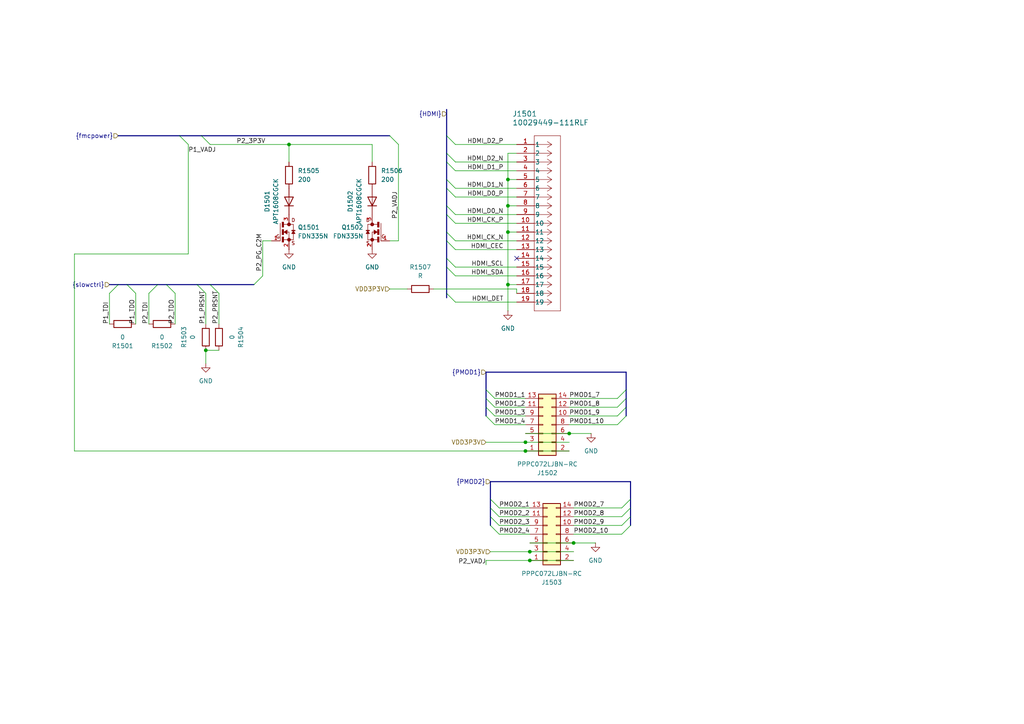
<source format=kicad_sch>
(kicad_sch (version 20231120) (generator "eeschema") (generator_version "8.0")
  (paper "A4")
  (lib_symbols
    (symbol "001_symbol:10029449-111RLF" (pin_names (offset 0.254))
      (property "Reference" "J" (at 8.89 6.35 0))
      (property "Value" "10029449-111RLF" (at 0 0 0))
      (symbol "10029449-111RLF_1_1"
        (polyline (pts (xy 5.08 -48.26) (xy 12.7 -48.26)) (stroke (width 0.127)))
        (polyline (pts (xy 5.08 2.54) (xy 5.08 -48.26)) (stroke (width 0.127)))
        (polyline (pts (xy 10.16 -45.72) (xy 5.08 -45.72)) (stroke (width 0.127)))
        (polyline (pts (xy 10.16 -45.72) (xy 8.89 -46.5667)) (stroke (width 0.127)))
        (polyline (pts (xy 10.16 -45.72) (xy 8.89 -44.8733)) (stroke (width 0.127)))
        (polyline (pts (xy 10.16 -43.18) (xy 5.08 -43.18)) (stroke (width 0.127)))
        (polyline (pts (xy 10.16 -43.18) (xy 8.89 -44.0267)) (stroke (width 0.127)))
        (polyline (pts (xy 10.16 -43.18) (xy 8.89 -42.3333)) (stroke (width 0.127)))
        (polyline (pts (xy 10.16 -40.64) (xy 5.08 -40.64)) (stroke (width 0.127)))
        (polyline (pts (xy 10.16 -40.64) (xy 8.89 -41.4867)) (stroke (width 0.127)))
        (polyline (pts (xy 10.16 -40.64) (xy 8.89 -39.7933)) (stroke (width 0.127)))
        (polyline (pts (xy 10.16 -38.1) (xy 5.08 -38.1)) (stroke (width 0.127)))
        (polyline (pts (xy 10.16 -38.1) (xy 8.89 -38.9467)) (stroke (width 0.127)))
        (polyline (pts (xy 10.16 -38.1) (xy 8.89 -37.2533)) (stroke (width 0.127)))
        (polyline (pts (xy 10.16 -35.56) (xy 5.08 -35.56)) (stroke (width 0.127)))
        (polyline (pts (xy 10.16 -35.56) (xy 8.89 -36.4067)) (stroke (width 0.127)))
        (polyline (pts (xy 10.16 -35.56) (xy 8.89 -34.7133)) (stroke (width 0.127)))
        (polyline (pts (xy 10.16 -33.02) (xy 5.08 -33.02)) (stroke (width 0.127)))
        (polyline (pts (xy 10.16 -33.02) (xy 8.89 -33.8667)) (stroke (width 0.127)))
        (polyline (pts (xy 10.16 -33.02) (xy 8.89 -32.1733)) (stroke (width 0.127)))
        (polyline (pts (xy 10.16 -30.48) (xy 5.08 -30.48)) (stroke (width 0.127)))
        (polyline (pts (xy 10.16 -30.48) (xy 8.89 -31.3267)) (stroke (width 0.127)))
        (polyline (pts (xy 10.16 -30.48) (xy 8.89 -29.6333)) (stroke (width 0.127)))
        (polyline (pts (xy 10.16 -27.94) (xy 5.08 -27.94)) (stroke (width 0.127)))
        (polyline (pts (xy 10.16 -27.94) (xy 8.89 -28.7867)) (stroke (width 0.127)))
        (polyline (pts (xy 10.16 -27.94) (xy 8.89 -27.0933)) (stroke (width 0.127)))
        (polyline (pts (xy 10.16 -25.4) (xy 5.08 -25.4)) (stroke (width 0.127)))
        (polyline (pts (xy 10.16 -25.4) (xy 8.89 -26.2467)) (stroke (width 0.127)))
        (polyline (pts (xy 10.16 -25.4) (xy 8.89 -24.5533)) (stroke (width 0.127)))
        (polyline (pts (xy 10.16 -22.86) (xy 5.08 -22.86)) (stroke (width 0.127)))
        (polyline (pts (xy 10.16 -22.86) (xy 8.89 -23.7067)) (stroke (width 0.127)))
        (polyline (pts (xy 10.16 -22.86) (xy 8.89 -22.0133)) (stroke (width 0.127)))
        (polyline (pts (xy 10.16 -20.32) (xy 5.08 -20.32)) (stroke (width 0.127)))
        (polyline (pts (xy 10.16 -20.32) (xy 8.89 -21.1667)) (stroke (width 0.127)))
        (polyline (pts (xy 10.16 -20.32) (xy 8.89 -19.4733)) (stroke (width 0.127)))
        (polyline (pts (xy 10.16 -17.78) (xy 5.08 -17.78)) (stroke (width 0.127)))
        (polyline (pts (xy 10.16 -17.78) (xy 8.89 -18.6267)) (stroke (width 0.127)))
        (polyline (pts (xy 10.16 -17.78) (xy 8.89 -16.9333)) (stroke (width 0.127)))
        (polyline (pts (xy 10.16 -15.24) (xy 5.08 -15.24)) (stroke (width 0.127)))
        (polyline (pts (xy 10.16 -15.24) (xy 8.89 -16.0867)) (stroke (width 0.127)))
        (polyline (pts (xy 10.16 -15.24) (xy 8.89 -14.3933)) (stroke (width 0.127)))
        (polyline (pts (xy 10.16 -12.7) (xy 5.08 -12.7)) (stroke (width 0.127)))
        (polyline (pts (xy 10.16 -12.7) (xy 8.89 -13.5467)) (stroke (width 0.127)))
        (polyline (pts (xy 10.16 -12.7) (xy 8.89 -11.8533)) (stroke (width 0.127)))
        (polyline (pts (xy 10.16 -10.16) (xy 5.08 -10.16)) (stroke (width 0.127)))
        (polyline (pts (xy 10.16 -10.16) (xy 8.89 -11.0067)) (stroke (width 0.127)))
        (polyline (pts (xy 10.16 -10.16) (xy 8.89 -9.3133)) (stroke (width 0.127)))
        (polyline (pts (xy 10.16 -7.62) (xy 5.08 -7.62)) (stroke (width 0.127)))
        (polyline (pts (xy 10.16 -7.62) (xy 8.89 -8.4667)) (stroke (width 0.127)))
        (polyline (pts (xy 10.16 -7.62) (xy 8.89 -6.7733)) (stroke (width 0.127)))
        (polyline (pts (xy 10.16 -5.08) (xy 5.08 -5.08)) (stroke (width 0.127)))
        (polyline (pts (xy 10.16 -5.08) (xy 8.89 -5.9267)) (stroke (width 0.127)))
        (polyline (pts (xy 10.16 -5.08) (xy 8.89 -4.2333)) (stroke (width 0.127)))
        (polyline (pts (xy 10.16 -2.54) (xy 5.08 -2.54)) (stroke (width 0.127)))
        (polyline (pts (xy 10.16 -2.54) (xy 8.89 -3.3867)) (stroke (width 0.127)))
        (polyline (pts (xy 10.16 -2.54) (xy 8.89 -1.6933)) (stroke (width 0.127)))
        (polyline (pts (xy 10.16 0) (xy 5.08 0)) (stroke (width 0.127)))
        (polyline (pts (xy 10.16 0) (xy 8.89 -0.8467)) (stroke (width 0.127)))
        (polyline (pts (xy 10.16 0) (xy 8.89 0.8467)) (stroke (width 0.127)))
        (polyline (pts (xy 12.7 -48.26) (xy 12.7 2.54)) (stroke (width 0.127)))
        (polyline (pts (xy 12.7 2.54) (xy 5.08 2.54)) (stroke (width 0.127)))
        (pin unspecified line (at 0 0 0) (length 5.08) (name "1") (number "1"))
        (pin unspecified line (at 0 -22.86 0) (length 5.08) (name "10") (number "10"))
        (pin unspecified line (at 0 -25.4 0) (length 5.08) (name "11") (number "11"))
        (pin unspecified line (at 0 -27.94 0) (length 5.08) (name "12") (number "12"))
        (pin unspecified line (at 0 -30.48 0) (length 5.08) (name "13") (number "13"))
        (pin unspecified line (at 0 -33.02 0) (length 5.08) (name "14") (number "14"))
        (pin unspecified line (at 0 -35.56 0) (length 5.08) (name "15") (number "15"))
        (pin unspecified line (at 0 -38.1 0) (length 5.08) (name "16") (number "16"))
        (pin unspecified line (at 0 -40.64 0) (length 5.08) (name "17") (number "17"))
        (pin unspecified line (at 0 -43.18 0) (length 5.08) (name "18") (number "18"))
        (pin unspecified line (at 0 -45.72 0) (length 5.08) (name "19") (number "19"))
        (pin unspecified line (at 0 -2.54 0) (length 5.08) (name "2") (number "2"))
        (pin unspecified line (at 0 -5.08 0) (length 5.08) (name "3") (number "3"))
        (pin unspecified line (at 0 -7.62 0) (length 5.08) (name "4") (number "4"))
        (pin unspecified line (at 0 -10.16 0) (length 5.08) (name "5") (number "5"))
        (pin unspecified line (at 0 -12.7 0) (length 5.08) (name "6") (number "6"))
        (pin unspecified line (at 0 -15.24 0) (length 5.08) (name "7") (number "7"))
        (pin unspecified line (at 0 -17.78 0) (length 5.08) (name "8") (number "8"))
        (pin unspecified line (at 0 -20.32 0) (length 5.08) (name "9") (number "9"))
      )
      (symbol "10029449-111RLF_1_2"
        (polyline (pts (xy 5.08 -48.26) (xy 12.7 -48.26)) (stroke (width 0.127)))
        (polyline (pts (xy 5.08 2.54) (xy 5.08 -48.26)) (stroke (width 0.127)))
        (polyline (pts (xy 7.62 -45.72) (xy 5.08 -45.72)) (stroke (width 0.127)))
        (polyline (pts (xy 7.62 -45.72) (xy 8.89 -46.5667)) (stroke (width 0.127)))
        (polyline (pts (xy 7.62 -45.72) (xy 8.89 -44.8733)) (stroke (width 0.127)))
        (polyline (pts (xy 7.62 -43.18) (xy 5.08 -43.18)) (stroke (width 0.127)))
        (polyline (pts (xy 7.62 -43.18) (xy 8.89 -44.0267)) (stroke (width 0.127)))
        (polyline (pts (xy 7.62 -43.18) (xy 8.89 -42.3333)) (stroke (width 0.127)))
        (polyline (pts (xy 7.62 -40.64) (xy 5.08 -40.64)) (stroke (width 0.127)))
        (polyline (pts (xy 7.62 -40.64) (xy 8.89 -41.4867)) (stroke (width 0.127)))
        (polyline (pts (xy 7.62 -40.64) (xy 8.89 -39.7933)) (stroke (width 0.127)))
        (polyline (pts (xy 7.62 -38.1) (xy 5.08 -38.1)) (stroke (width 0.127)))
        (polyline (pts (xy 7.62 -38.1) (xy 8.89 -38.9467)) (stroke (width 0.127)))
        (polyline (pts (xy 7.62 -38.1) (xy 8.89 -37.2533)) (stroke (width 0.127)))
        (polyline (pts (xy 7.62 -35.56) (xy 5.08 -35.56)) (stroke (width 0.127)))
        (polyline (pts (xy 7.62 -35.56) (xy 8.89 -36.4067)) (stroke (width 0.127)))
        (polyline (pts (xy 7.62 -35.56) (xy 8.89 -34.7133)) (stroke (width 0.127)))
        (polyline (pts (xy 7.62 -33.02) (xy 5.08 -33.02)) (stroke (width 0.127)))
        (polyline (pts (xy 7.62 -33.02) (xy 8.89 -33.8667)) (stroke (width 0.127)))
        (polyline (pts (xy 7.62 -33.02) (xy 8.89 -32.1733)) (stroke (width 0.127)))
        (polyline (pts (xy 7.62 -30.48) (xy 5.08 -30.48)) (stroke (width 0.127)))
        (polyline (pts (xy 7.62 -30.48) (xy 8.89 -31.3267)) (stroke (width 0.127)))
        (polyline (pts (xy 7.62 -30.48) (xy 8.89 -29.6333)) (stroke (width 0.127)))
        (polyline (pts (xy 7.62 -27.94) (xy 5.08 -27.94)) (stroke (width 0.127)))
        (polyline (pts (xy 7.62 -27.94) (xy 8.89 -28.7867)) (stroke (width 0.127)))
        (polyline (pts (xy 7.62 -27.94) (xy 8.89 -27.0933)) (stroke (width 0.127)))
        (polyline (pts (xy 7.62 -25.4) (xy 5.08 -25.4)) (stroke (width 0.127)))
        (polyline (pts (xy 7.62 -25.4) (xy 8.89 -26.2467)) (stroke (width 0.127)))
        (polyline (pts (xy 7.62 -25.4) (xy 8.89 -24.5533)) (stroke (width 0.127)))
        (polyline (pts (xy 7.62 -22.86) (xy 5.08 -22.86)) (stroke (width 0.127)))
        (polyline (pts (xy 7.62 -22.86) (xy 8.89 -23.7067)) (stroke (width 0.127)))
        (polyline (pts (xy 7.62 -22.86) (xy 8.89 -22.0133)) (stroke (width 0.127)))
        (polyline (pts (xy 7.62 -20.32) (xy 5.08 -20.32)) (stroke (width 0.127)))
        (polyline (pts (xy 7.62 -20.32) (xy 8.89 -21.1667)) (stroke (width 0.127)))
        (polyline (pts (xy 7.62 -20.32) (xy 8.89 -19.4733)) (stroke (width 0.127)))
        (polyline (pts (xy 7.62 -17.78) (xy 5.08 -17.78)) (stroke (width 0.127)))
        (polyline (pts (xy 7.62 -17.78) (xy 8.89 -18.6267)) (stroke (width 0.127)))
        (polyline (pts (xy 7.62 -17.78) (xy 8.89 -16.9333)) (stroke (width 0.127)))
        (polyline (pts (xy 7.62 -15.24) (xy 5.08 -15.24)) (stroke (width 0.127)))
        (polyline (pts (xy 7.62 -15.24) (xy 8.89 -16.0867)) (stroke (width 0.127)))
        (polyline (pts (xy 7.62 -15.24) (xy 8.89 -14.3933)) (stroke (width 0.127)))
        (polyline (pts (xy 7.62 -12.7) (xy 5.08 -12.7)) (stroke (width 0.127)))
        (polyline (pts (xy 7.62 -12.7) (xy 8.89 -13.5467)) (stroke (width 0.127)))
        (polyline (pts (xy 7.62 -12.7) (xy 8.89 -11.8533)) (stroke (width 0.127)))
        (polyline (pts (xy 7.62 -10.16) (xy 5.08 -10.16)) (stroke (width 0.127)))
        (polyline (pts (xy 7.62 -10.16) (xy 8.89 -11.0067)) (stroke (width 0.127)))
        (polyline (pts (xy 7.62 -10.16) (xy 8.89 -9.3133)) (stroke (width 0.127)))
        (polyline (pts (xy 7.62 -7.62) (xy 5.08 -7.62)) (stroke (width 0.127)))
        (polyline (pts (xy 7.62 -7.62) (xy 8.89 -8.4667)) (stroke (width 0.127)))
        (polyline (pts (xy 7.62 -7.62) (xy 8.89 -6.7733)) (stroke (width 0.127)))
        (polyline (pts (xy 7.62 -5.08) (xy 5.08 -5.08)) (stroke (width 0.127)))
        (polyline (pts (xy 7.62 -5.08) (xy 8.89 -5.9267)) (stroke (width 0.127)))
        (polyline (pts (xy 7.62 -5.08) (xy 8.89 -4.2333)) (stroke (width 0.127)))
        (polyline (pts (xy 7.62 -2.54) (xy 5.08 -2.54)) (stroke (width 0.127)))
        (polyline (pts (xy 7.62 -2.54) (xy 8.89 -3.3867)) (stroke (width 0.127)))
        (polyline (pts (xy 7.62 -2.54) (xy 8.89 -1.6933)) (stroke (width 0.127)))
        (polyline (pts (xy 7.62 0) (xy 5.08 0)) (stroke (width 0.127)))
        (polyline (pts (xy 7.62 0) (xy 8.89 -0.8467)) (stroke (width 0.127)))
        (polyline (pts (xy 7.62 0) (xy 8.89 0.8467)) (stroke (width 0.127)))
        (polyline (pts (xy 12.7 -48.26) (xy 12.7 2.54)) (stroke (width 0.127)))
        (polyline (pts (xy 12.7 2.54) (xy 5.08 2.54)) (stroke (width 0.127)))
        (pin unspecified line (at 0 0 0) (length 5.08) (name "1") (number "1"))
        (pin unspecified line (at 0 -22.86 0) (length 5.08) (name "10") (number "10"))
        (pin unspecified line (at 0 -25.4 0) (length 5.08) (name "11") (number "11"))
        (pin unspecified line (at 0 -27.94 0) (length 5.08) (name "12") (number "12"))
        (pin unspecified line (at 0 -30.48 0) (length 5.08) (name "13") (number "13"))
        (pin unspecified line (at 0 -33.02 0) (length 5.08) (name "14") (number "14"))
        (pin unspecified line (at 0 -35.56 0) (length 5.08) (name "15") (number "15"))
        (pin unspecified line (at 0 -38.1 0) (length 5.08) (name "16") (number "16"))
        (pin unspecified line (at 0 -40.64 0) (length 5.08) (name "17") (number "17"))
        (pin unspecified line (at 0 -43.18 0) (length 5.08) (name "18") (number "18"))
        (pin unspecified line (at 0 -45.72 0) (length 5.08) (name "19") (number "19"))
        (pin unspecified line (at 0 -2.54 0) (length 5.08) (name "2") (number "2"))
        (pin unspecified line (at 0 -5.08 0) (length 5.08) (name "3") (number "3"))
        (pin unspecified line (at 0 -7.62 0) (length 5.08) (name "4") (number "4"))
        (pin unspecified line (at 0 -10.16 0) (length 5.08) (name "5") (number "5"))
        (pin unspecified line (at 0 -12.7 0) (length 5.08) (name "6") (number "6"))
        (pin unspecified line (at 0 -15.24 0) (length 5.08) (name "7") (number "7"))
        (pin unspecified line (at 0 -17.78 0) (length 5.08) (name "8") (number "8"))
        (pin unspecified line (at 0 -20.32 0) (length 5.08) (name "9") (number "9"))
      )
    )
    (symbol "001_symbol:FDN335N" (pin_names (offset 1.016))
      (property "Reference" "Q" (at 2.5423 0 0))
      (property "Value" "FDN335N" (at 2.5447 -2.5447 0))
      (symbol "FDN335N_0_0"
        (rectangle (start -2.036 -0.7635) (end -1.524 0.762) (stroke (width 0.1)) (fill (type outline)))
        (rectangle (start -2.0349 -2.9252) (end -1.524 -1.397) (stroke (width 0.1)) (fill (type outline)))
        (rectangle (start -2.0321 1.3971) (end -1.524 2.921) (stroke (width 0.1)) (fill (type outline)))
        (circle (center 0 -2.2225) (radius 0.127) (stroke (width 0.4064)))
        (polyline (pts (xy -2.54 -2.54) (xy -2.54 2.54)) (stroke (width 0.1524)))
        (polyline (pts (xy -1.5875 -2.2225) (xy 0 -2.2225)) (stroke (width 0.1524)))
        (polyline (pts (xy -1.5875 2.2225) (xy 0 2.2225)) (stroke (width 0.1524)))
        (polyline (pts (xy -0.508 0) (xy 0 0)) (stroke (width 0.1524)))
        (polyline (pts (xy 0 -2.2225) (xy 0 -2.54)) (stroke (width 0.1524)))
        (polyline (pts (xy 0 0) (xy 0 -2.2225)) (stroke (width 0.1524)))
        (polyline (pts (xy 0 2.2225) (xy 1.27 2.2225)) (stroke (width 0.1524)))
        (polyline (pts (xy 0 2.54) (xy 0 2.2225)) (stroke (width 0.1524)))
        (polyline (pts (xy 1.27 -2.2225) (xy 0 -2.2225)) (stroke (width 0.1524)))
        (polyline (pts (xy 1.27 2.2225) (xy 1.27 -2.2225)) (stroke (width 0.1524)))
        (polyline (pts (xy -1.524 0) (xy -0.508 0.635) (xy -0.508 -0.635) (xy -1.524 0)) (stroke (width 0.1016)) (fill (type outline)))
        (polyline (pts (xy 1.27 0.3175) (xy 0.762 -0.4445) (xy 1.778 -0.4445) (xy 1.27 0.3175)) (stroke (width 0.1524)) (fill (type outline)))
        (circle (center 0 2.2225) (radius 0.127) (stroke (width 0.4064)))
        (rectangle (start 0.7631 0.318) (end 1.778 0.5715) (stroke (width 0.1)) (fill (type outline)))
        (text "D" (at 0.636 2.8619 0) (effects (font (size 1.0176 1.0176)) (justify left bottom)))
        (text "G" (at -3.8168 -1.9084 0) (effects (font (size 1.0178 1.0178)) (justify left bottom)))
        (text "S" (at 0.636 -3.8159 0) (effects (font (size 1.0176 1.0176)) (justify left bottom)))
        (pin passive line (at -5.08 -2.54 0) (length 2.54) (name "~") (number "1"))
        (pin passive line (at 0 -5.08 90) (length 2.54) (name "~") (number "2"))
        (pin passive line (at 0 5.08 270) (length 2.54) (name "~") (number "3"))
      )
    )
    (symbol "Connector_Generic:Conn_02x07_Odd_Even" (pin_names (offset 1.016) hide)
      (property "Reference" "J" (at 1.27 10.16 0))
      (property "Value" "Conn_02x07_Odd_Even" (at 1.27 -10.16 0))
      (symbol "Conn_02x07_Odd_Even_1_1"
        (rectangle (start -1.27 -7.493) (end 0 -7.747) (stroke (width 0.1524)))
        (rectangle (start -1.27 -4.953) (end 0 -5.207) (stroke (width 0.1524)))
        (rectangle (start -1.27 -2.413) (end 0 -2.667) (stroke (width 0.1524)))
        (rectangle (start -1.27 0.127) (end 0 -0.127) (stroke (width 0.1524)))
        (rectangle (start -1.27 2.667) (end 0 2.413) (stroke (width 0.1524)))
        (rectangle (start -1.27 5.207) (end 0 4.953) (stroke (width 0.1524)))
        (rectangle (start -1.27 7.747) (end 0 7.493) (stroke (width 0.1524)))
        (rectangle (start -1.27 8.89) (end 3.81 -8.89) (stroke (width 0.254)) (fill (type background)))
        (rectangle (start 3.81 -7.493) (end 2.54 -7.747) (stroke (width 0.1524)))
        (rectangle (start 3.81 -4.953) (end 2.54 -5.207) (stroke (width 0.1524)))
        (rectangle (start 3.81 -2.413) (end 2.54 -2.667) (stroke (width 0.1524)))
        (rectangle (start 3.81 0.127) (end 2.54 -0.127) (stroke (width 0.1524)))
        (rectangle (start 3.81 2.667) (end 2.54 2.413) (stroke (width 0.1524)))
        (rectangle (start 3.81 5.207) (end 2.54 4.953) (stroke (width 0.1524)))
        (rectangle (start 3.81 7.747) (end 2.54 7.493) (stroke (width 0.1524)))
        (pin passive line (at -5.08 7.62 0) (length 3.81) (name "Pin_1") (number "1"))
        (pin passive line (at 7.62 -2.54 180) (length 3.81) (name "Pin_10") (number "10"))
        (pin passive line (at -5.08 -5.08 0) (length 3.81) (name "Pin_11") (number "11"))
        (pin passive line (at 7.62 -5.08 180) (length 3.81) (name "Pin_12") (number "12"))
        (pin passive line (at -5.08 -7.62 0) (length 3.81) (name "Pin_13") (number "13"))
        (pin passive line (at 7.62 -7.62 180) (length 3.81) (name "Pin_14") (number "14"))
        (pin passive line (at 7.62 7.62 180) (length 3.81) (name "Pin_2") (number "2"))
        (pin passive line (at -5.08 5.08 0) (length 3.81) (name "Pin_3") (number "3"))
        (pin passive line (at 7.62 5.08 180) (length 3.81) (name "Pin_4") (number "4"))
        (pin passive line (at -5.08 2.54 0) (length 3.81) (name "Pin_5") (number "5"))
        (pin passive line (at 7.62 2.54 180) (length 3.81) (name "Pin_6") (number "6"))
        (pin passive line (at -5.08 0 0) (length 3.81) (name "Pin_7") (number "7"))
        (pin passive line (at 7.62 0 180) (length 3.81) (name "Pin_8") (number "8"))
        (pin passive line (at -5.08 -2.54 0) (length 3.81) (name "Pin_9") (number "9"))
      )
    )
    (symbol "Device:D" (pin_numbers hide) (pin_names (offset 1.016) hide)
      (property "Reference" "D" (at 0 2.54 0))
      (property "Value" "D" (at 0 -2.54 0))
      (symbol "D_0_1"
        (polyline (pts (xy -1.27 1.27) (xy -1.27 -1.27)) (stroke (width 0.254)))
        (polyline (pts (xy 1.27 0) (xy -1.27 0)))
        (polyline (pts (xy 1.27 1.27) (xy 1.27 -1.27) (xy -1.27 0) (xy 1.27 1.27)) (stroke (width 0.254)))
      )
      (symbol "D_1_1"
        (pin passive line (at -3.81 0 0) (length 2.54) (name "K") (number "1"))
        (pin passive line (at 3.81 0 180) (length 2.54) (name "A") (number "2"))
      )
    )
    (symbol "Device:R" (pin_numbers hide) (pin_names (offset 0))
      (property "Reference" "R" (at 2.032 0 90))
      (property "Value" "R" (at 0 0 90))
      (symbol "R_0_1"
        (rectangle (start -1.016 -2.54) (end 1.016 2.54) (stroke (width 0.254)))
      )
      (symbol "R_1_1"
        (pin passive line (at 0 3.81 270) (length 1.27) (name "~") (number "1"))
        (pin passive line (at 0 -3.81 90) (length 1.27) (name "~") (number "2"))
      )
    )
    (symbol "power:GND" (power) (pin_numbers hide) (pin_names (offset 0) hide)
      (property "Value" "GND" (at 0 -3.81 0))
      (symbol "GND_0_1"
        (polyline (pts (xy 0 0) (xy 0 -1.27) (xy 1.27 -1.27) (xy 0 -2.54) (xy -1.27 -1.27) (xy 0 -1.27)))
      )
      (symbol "GND_1_1"
        (pin power_in line (at 0 0 270) (length 0) (name "~") (number "1"))
      )
    )
  )
  (junction (at 147.32 82.55))
  (junction (at 152.4 130.81))
  (junction (at 153.67 162.56))
  (junction (at 83.82 41.91))
  (junction (at 166.37 157.48))
  (junction (at 59.69 101.6))
  (junction (at 153.67 160.02))
  (junction (at 165.1 125.73))
  (junction (at 147.32 59.69))
  (junction (at 147.32 52.07))
  (junction (at 152.4 128.27))
  (junction (at 147.32 67.31))
  (no_connect (at 149.86 74.93))
  (bus_entry (at 129.54 39.37) (size 2.54 2.54))
  (bus_entry (at 129.54 85.09) (size 2.54 2.54))
  (bus_entry (at 58.42 39.37) (size 2.54 2.54))
  (bus_entry (at 181.61 120.65) (size -2.54 2.54))
  (bus_entry (at 129.54 74.93) (size 2.54 2.54))
  (bus_entry (at 129.54 62.23) (size 2.54 2.54))
  (bus_entry (at 73.66 82.55) (size 2.54 -2.54))
  (bus_entry (at 140.97 113.03) (size 2.54 2.54))
  (bus_entry (at 181.61 118.11) (size -2.54 2.54))
  (bus_entry (at 36.83 82.55) (size 2.54 2.54))
  (bus_entry (at 129.54 67.31) (size 2.54 2.54))
  (bus_entry (at 181.61 113.03) (size -2.54 2.54))
  (bus_entry (at 182.88 149.86) (size -2.54 2.54))
  (bus_entry (at 34.29 82.55) (size -2.54 2.54))
  (bus_entry (at 57.15 82.55) (size 2.54 2.54))
  (bus_entry (at 182.88 147.32) (size -2.54 2.54))
  (bus_entry (at 129.54 59.69) (size 2.54 2.54))
  (bus_entry (at 48.26 82.55) (size 2.54 2.54))
  (bus_entry (at 45.72 82.55) (size -2.54 2.54))
  (bus_entry (at 129.54 46.99) (size 2.54 2.54))
  (bus_entry (at 129.54 52.07) (size 2.54 2.54))
  (bus_entry (at 129.54 44.45) (size 2.54 2.54))
  (bus_entry (at 182.88 152.4) (size -2.54 2.54))
  (bus_entry (at 142.24 144.78) (size 2.54 2.54))
  (bus_entry (at 140.97 115.57) (size 2.54 2.54))
  (bus_entry (at 129.54 77.47) (size 2.54 2.54))
  (bus_entry (at 129.54 69.85) (size 2.54 2.54))
  (bus_entry (at 142.24 147.32) (size 2.54 2.54))
  (bus_entry (at 113.03 39.37) (size 2.54 2.54))
  (bus_entry (at 142.24 152.4) (size 2.54 2.54))
  (bus_entry (at 142.24 149.86) (size 2.54 2.54))
  (bus_entry (at 182.88 144.78) (size -2.54 2.54))
  (bus_entry (at 181.61 115.57) (size -2.54 2.54))
  (bus_entry (at 129.54 54.61) (size 2.54 2.54))
  (bus_entry (at 60.96 82.55) (size 2.54 2.54))
  (bus_entry (at 52.07 39.37) (size 2.54 2.54))
  (bus_entry (at 140.97 118.11) (size 2.54 2.54))
  (bus_entry (at 140.97 120.65) (size 2.54 2.54))
  (bus (pts (xy 60.96 82.55) (xy 73.66 82.55)))
  (bus (pts (xy 182.88 149.86) (xy 182.88 152.4)))
  (wire (pts (xy 132.08 41.91) (xy 149.86 41.91)))
  (wire (pts (xy 115.57 69.85) (xy 113.03 69.85)))
  (bus (pts (xy 140.97 118.11) (xy 140.97 120.65)))
  (bus (pts (xy 45.72 82.55) (xy 48.26 82.55)))
  (bus (pts (xy 142.24 139.7) (xy 142.24 144.78)))
  (wire (pts (xy 166.37 149.86) (xy 180.34 149.86)))
  (wire (pts (xy 165.1 125.73) (xy 171.45 125.73)))
  (wire (pts (xy 147.32 82.55) (xy 147.32 67.31)))
  (bus (pts (xy 129.54 31.75) (xy 129.54 39.37)))
  (wire (pts (xy 147.32 90.17) (xy 147.32 82.55)))
  (bus (pts (xy 129.54 67.31) (xy 129.54 69.85)))
  (wire (pts (xy 147.32 67.31) (xy 147.32 59.69)))
  (bus (pts (xy 140.97 107.95) (xy 140.97 113.03)))
  (wire (pts (xy 166.37 152.4) (xy 180.34 152.4)))
  (wire (pts (xy 132.08 64.77) (xy 149.86 64.77)))
  (wire (pts (xy 50.8 85.09) (xy 50.8 93.98)))
  (wire (pts (xy 107.95 41.91) (xy 107.95 46.99)))
  (wire (pts (xy 59.69 101.6) (xy 63.5 101.6)))
  (bus (pts (xy 34.29 39.37) (xy 52.07 39.37)))
  (wire (pts (xy 166.37 157.48) (xy 172.72 157.48)))
  (bus (pts (xy 129.54 52.07) (xy 129.54 54.61)))
  (wire (pts (xy 144.78 149.86) (xy 153.67 149.86)))
  (wire (pts (xy 132.08 57.15) (xy 149.86 57.15)))
  (bus (pts (xy 52.07 39.37) (xy 58.42 39.37)))
  (bus (pts (xy 182.88 144.78) (xy 182.88 147.32)))
  (wire (pts (xy 165.1 115.57) (xy 179.07 115.57)))
  (wire (pts (xy 143.51 123.19) (xy 152.4 123.19)))
  (wire (pts (xy 132.08 62.23) (xy 149.86 62.23)))
  (wire (pts (xy 59.69 101.6) (xy 59.69 105.41)))
  (bus (pts (xy 181.61 107.95) (xy 181.61 113.03)))
  (wire (pts (xy 147.32 59.69) (xy 147.32 52.07)))
  (wire (pts (xy 83.82 41.91) (xy 83.82 46.99)))
  (bus (pts (xy 129.54 85.09) (xy 129.54 86.36)))
  (bus (pts (xy 181.61 115.57) (xy 181.61 118.11)))
  (wire (pts (xy 54.61 73.66) (xy 21.59 73.66)))
  (bus (pts (xy 129.54 39.37) (xy 129.54 44.45)))
  (bus (pts (xy 57.15 82.55) (xy 60.96 82.55)))
  (wire (pts (xy 140.97 162.56) (xy 153.67 162.56)))
  (wire (pts (xy 113.03 83.82) (xy 118.11 83.82)))
  (bus (pts (xy 129.54 54.61) (xy 129.54 59.69)))
  (wire (pts (xy 165.1 123.19) (xy 179.07 123.19)))
  (wire (pts (xy 152.4 125.73) (xy 165.1 125.73)))
  (wire (pts (xy 115.57 41.91) (xy 115.57 69.85)))
  (wire (pts (xy 152.4 128.27) (xy 165.1 128.27)))
  (wire (pts (xy 132.08 72.39) (xy 149.86 72.39)))
  (wire (pts (xy 144.78 154.94) (xy 153.67 154.94)))
  (wire (pts (xy 152.4 130.81) (xy 165.1 130.81)))
  (bus (pts (xy 129.54 74.93) (xy 129.54 77.47)))
  (bus (pts (xy 58.42 39.37) (xy 113.03 39.37)))
  (bus (pts (xy 181.61 113.03) (xy 181.61 115.57)))
  (bus (pts (xy 31.75 82.55) (xy 34.29 82.55)))
  (wire (pts (xy 132.08 77.47) (xy 149.86 77.47)))
  (wire (pts (xy 132.08 49.53) (xy 149.86 49.53)))
  (wire (pts (xy 39.37 85.09) (xy 39.37 93.98)))
  (wire (pts (xy 54.61 41.91) (xy 54.61 73.66)))
  (bus (pts (xy 182.88 147.32) (xy 182.88 149.86)))
  (bus (pts (xy 140.97 107.95) (xy 181.61 107.95)))
  (bus (pts (xy 129.54 46.99) (xy 129.54 52.07)))
  (bus (pts (xy 129.54 77.47) (xy 129.54 85.09)))
  (wire (pts (xy 140.97 128.27) (xy 152.4 128.27)))
  (bus (pts (xy 129.54 62.23) (xy 129.54 67.31)))
  (bus (pts (xy 140.97 113.03) (xy 140.97 115.57)))
  (wire (pts (xy 21.59 130.81) (xy 152.4 130.81)))
  (wire (pts (xy 132.08 54.61) (xy 149.86 54.61)))
  (wire (pts (xy 165.1 120.65) (xy 179.07 120.65)))
  (wire (pts (xy 153.67 157.48) (xy 166.37 157.48)))
  (wire (pts (xy 153.67 160.02) (xy 166.37 160.02)))
  (wire (pts (xy 166.37 154.94) (xy 180.34 154.94)))
  (bus (pts (xy 129.54 59.69) (xy 129.54 62.23)))
  (wire (pts (xy 125.73 83.82) (xy 149.86 83.82)))
  (wire (pts (xy 149.86 83.82) (xy 149.86 85.09)))
  (bus (pts (xy 182.88 139.7) (xy 182.88 144.78)))
  (wire (pts (xy 147.32 59.69) (xy 149.86 59.69)))
  (bus (pts (xy 142.24 149.86) (xy 142.24 152.4)))
  (wire (pts (xy 76.2 69.85) (xy 78.74 69.85)))
  (wire (pts (xy 132.08 80.01) (xy 149.86 80.01)))
  (wire (pts (xy 153.67 162.56) (xy 166.37 162.56)))
  (bus (pts (xy 142.24 139.7) (xy 182.88 139.7)))
  (wire (pts (xy 142.24 160.02) (xy 153.67 160.02)))
  (wire (pts (xy 147.32 44.45) (xy 149.86 44.45)))
  (wire (pts (xy 143.51 118.11) (xy 152.4 118.11)))
  (wire (pts (xy 143.51 115.57) (xy 152.4 115.57)))
  (wire (pts (xy 76.2 80.01) (xy 76.2 69.85)))
  (wire (pts (xy 43.18 85.09) (xy 43.18 93.98)))
  (wire (pts (xy 147.32 52.07) (xy 147.32 44.45)))
  (bus (pts (xy 48.26 82.55) (xy 57.15 82.55)))
  (wire (pts (xy 60.96 41.91) (xy 83.82 41.91)))
  (wire (pts (xy 31.75 85.09) (xy 31.75 93.98)))
  (bus (pts (xy 140.97 115.57) (xy 140.97 118.11)))
  (bus (pts (xy 181.61 118.11) (xy 181.61 120.65)))
  (bus (pts (xy 142.24 147.32) (xy 142.24 149.86)))
  (bus (pts (xy 36.83 82.55) (xy 45.72 82.55)))
  (wire (pts (xy 147.32 52.07) (xy 149.86 52.07)))
  (wire (pts (xy 144.78 152.4) (xy 153.67 152.4)))
  (wire (pts (xy 132.08 69.85) (xy 149.86 69.85)))
  (wire (pts (xy 140.97 163.83) (xy 140.97 162.56)))
  (wire (pts (xy 132.08 87.63) (xy 149.86 87.63)))
  (wire (pts (xy 83.82 41.91) (xy 107.95 41.91)))
  (wire (pts (xy 147.32 82.55) (xy 149.86 82.55)))
  (wire (pts (xy 143.51 120.65) (xy 152.4 120.65)))
  (bus (pts (xy 34.29 82.55) (xy 36.83 82.55)))
  (wire (pts (xy 147.32 67.31) (xy 149.86 67.31)))
  (wire (pts (xy 166.37 147.32) (xy 180.34 147.32)))
  (wire (pts (xy 132.08 46.99) (xy 149.86 46.99)))
  (wire (pts (xy 63.5 85.09) (xy 63.5 93.98)))
  (wire (pts (xy 144.78 147.32) (xy 153.67 147.32)))
  (wire (pts (xy 59.69 93.98) (xy 59.69 85.09)))
  (bus (pts (xy 129.54 44.45) (xy 129.54 46.99)))
  (wire (pts (xy 21.59 73.66) (xy 21.59 130.81)))
  (wire (pts (xy 165.1 118.11) (xy 179.07 118.11)))
  (bus (pts (xy 142.24 144.78) (xy 142.24 147.32)))
  (bus (pts (xy 129.54 69.85) (xy 129.54 74.93)))
  (label "HDMI_CK_N" (at 146.05 69.85 180))
  (label "HDMI_D1_P" (at 146.05 49.53 180))
  (label "P2_PRSNT" (at 63.5 93.98 90))
  (label "PMOD1_9" (at 165.1 120.65 0))
  (label "HDMI_D1_N" (at 146.05 54.61 180))
  (label "P2_TDI" (at 43.18 93.98 90))
  (label "PMOD2_7" (at 166.37 147.32 0))
  (label "P2_PG_C2M" (at 76.2 78.74 90))
  (label "P2_VADJ" (at 115.57 63.5 90))
  (label "HDMI_SCL" (at 146.05 77.47 180))
  (label "HDMI_CEC" (at 146.05 72.39 180))
  (label "PMOD1_1" (at 152.4 115.57 180))
  (label "HDMI_D0_N" (at 146.05 62.23 180))
  (label "PMOD1_7" (at 165.1 115.57 0))
  (label "PMOD1_2" (at 152.4 118.11 180))
  (label "PMOD2_9" (at 166.37 152.4 0))
  (label "P2_TDO" (at 50.8 93.98 90))
  (label "PMOD2_8" (at 166.37 149.86 0))
  (label "P2_3P3V" (at 68.58 41.91 0))
  (label "P1_TDO" (at 39.37 93.98 90))
  (label "HDMI_SDA" (at 146.05 80.01 180))
  (label "PMOD2_3" (at 153.67 152.4 180))
  (label "PMOD2_10" (at 166.37 154.94 0))
  (label "HDMI_DET" (at 146.05 87.63 180))
  (label "PMOD1_8" (at 165.1 118.11 0))
  (label "HDMI_D2_N" (at 146.05 46.99 180))
  (label "P1_PRSNT" (at 59.69 93.98 90))
  (label "P2_VADJ" (at 140.97 163.83 180))
  (label "PMOD1_4" (at 152.4 123.19 180))
  (label "HDMI_D2_P" (at 146.05 41.91 180))
  (label "PMOD2_2" (at 153.67 149.86 180))
  (label "HDMI_CK_P" (at 146.05 64.77 180))
  (label "PMOD1_10" (at 165.1 123.19 0))
  (label "P1_TDI" (at 31.75 93.98 90))
  (label "HDMI_D0_P" (at 146.05 57.15 180))
  (label "PMOD1_3" (at 152.4 120.65 180))
  (label "P1_VADJ" (at 54.61 44.45 0))
  (label "PMOD2_4" (at 153.67 154.94 180))
  (label "PMOD2_1" (at 153.67 147.32 180))
  (hierarchical_label "VDD3P3V" (shape input) (at 113.03 83.82 180))
  (hierarchical_label "{PMOD2}" (shape input) (at 142.24 139.7 180))
  (hierarchical_label "{PMOD1}" (shape input) (at 140.97 107.95 180))
  (hierarchical_label "VDD3P3V" (shape input) (at 140.97 128.27 180))
  (hierarchical_label "VDD3P3V" (shape input) (at 142.24 160.02 180))
  (hierarchical_label "{HDMI}" (shape input) (at 129.54 33.02 180))
  (hierarchical_label "{fmcpower}" (shape input) (at 34.29 39.37 180))
  (hierarchical_label "{slowctrl}" (shape input) (at 31.75 82.55 180))
  (symbol (lib_id "Device:R") (at 63.5 97.79 0) (unit 1)
    (property "Reference" "R1504" (at 69.85 97.79 90))
    (property "Value" "0" (at 67.31 97.79 90))
    (property "Footprint" "Resistor_SMD:R_0603_1608Metric" (effects (hide yes)))
    (property "Description" "Resistor" (effects (hide yes)))
    (property "Vendor" "digikey:P0.0GCT-ND" (effects (hide yes)))
  )
  (symbol (lib_id "power:GND") (at 147.32 90.17 0) (unit 1)
    (property "Reference" "#PWR01504" (effects (hide yes)))
    (property "Value" "GND" (at 147.32 95.25 0))
    (property "Description" "Power symbol creates a global label with name \"GND\" , ground" (effects (hide yes)))
  )
  (symbol (lib_id "power:GND") (at 59.69 105.41 0) (unit 1)
    (property "Reference" "#PWR01501" (effects (hide yes)))
    (property "Value" "GND" (at 59.69 110.49 0))
    (property "Description" "Power symbol creates a global label with name \"GND\" , ground" (effects (hide yes)))
  )
  (symbol (lib_id "Device:R") (at 59.69 97.79 0) (mirror y) (unit 1)
    (property "Reference" "R1503" (at 53.34 97.79 90))
    (property "Value" "0" (at 55.88 97.79 90))
    (property "Footprint" "Resistor_SMD:R_0603_1608Metric" (effects (hide yes)))
    (property "Description" "Resistor" (effects (hide yes)))
    (property "Vendor" "digikey:P0.0GCT-ND" (effects (hide yes)))
  )
  (symbol (lib_id "001_symbol:FDN335N") (at 83.82 67.31 0) (unit 1)
    (property "Reference" "Q1501" (at 86.36 65.9362 0) (effects (justify left)))
    (property "Value" "FDN335N" (at 86.36 68.4762 0) (effects (justify left)))
    (property "Footprint" "001_download:SSOT-3" (effects (hide yes)))
    (property "Vendor" "digikey:FDN335NCT-ND" (effects (hide yes)))
  )
  (symbol (lib_id "power:GND") (at 172.72 157.48 0) (unit 1)
    (property "Reference" "#PWR01506" (effects (hide yes)))
    (property "Value" "GND" (at 172.72 162.56 0))
    (property "Description" "Power symbol creates a global label with name \"GND\" , ground" (effects (hide yes)))
  )
  (symbol (lib_id "001_symbol:10029449-111RLF") (at 149.86 41.91 0) (unit 1)
    (property "Reference" "J1501" (at 148.59 33.02 0) (effects (font (size 1.524 1.524)) (justify left)))
    (property "Value" "10029449-111RLF" (at 148.59 35.56 0) (effects (font (size 1.524 1.524)) (justify left)))
    (property "Footprint" "001_download:CONN_10029449111_AMP" (effects (hide yes)))
    (property "Datasheet" "10029449-111RLF" (effects (hide yes)))
    (property "Vendor" "digikey:609-4614-1-ND" (effects (hide yes)))
  )
  (symbol (lib_id "Device:D") (at 83.82 58.42 90) (unit 1)
    (property "Reference" "D1501" (at 77.47 58.42 0))
    (property "Value" "APT1608CGCK" (at 80.01 58.42 0))
    (property "Footprint" "LED_SMD:LED_0603_1608Metric" (effects (hide yes)))
    (property "Description" "Diode" (effects (hide yes)))
    (property "Vendor" "digikey:754-1116-1-ND" (effects (hide yes)))
  )
  (symbol (lib_id "Device:R") (at 35.56 93.98 90) (mirror x) (unit 1)
    (property "Reference" "R1501" (at 35.56 100.33 90))
    (property "Value" "0" (at 35.56 97.79 90))
    (property "Footprint" "Resistor_SMD:R_0603_1608Metric" (effects (hide yes)))
    (property "Description" "Resistor" (effects (hide yes)))
    (property "Vendor" "digikey:P0.0GCT-ND" (effects (hide yes)))
  )
  (symbol (lib_id "Connector_Generic:Conn_02x07_Odd_Even") (at 158.75 154.94 0) (mirror x) (unit 1)
    (property "Reference" "J1503" (at 160.02 168.91 0))
    (property "Value" "PPPC072LJBN-RC" (at 160.02 166.37 0))
    (property "Footprint" "Connector_PinSocket_2.54mm:PinSocket_2x07_P2.54mm_Horizontal" (effects (hide yes)))
    (property "Description" "Generic connector, double row, 02x07, odd/even pin numbering scheme (row 1 odd numbers, row 2 even numbers), script generated (kicad-library-utils/schlib/autogen/connector/)" (effects (hide yes)))
    (property "Vendor" "digikey:S5560-ND" (effects (hide yes)))
  )
  (symbol (lib_id "Device:R") (at 46.99 93.98 90) (mirror x) (unit 1)
    (property "Reference" "R1502" (at 46.99 100.33 90))
    (property "Value" "0" (at 46.99 97.79 90))
    (property "Footprint" "Resistor_SMD:R_0603_1608Metric" (effects (hide yes)))
    (property "Description" "Resistor" (effects (hide yes)))
    (property "Vendor" "digikey:P0.0GCT-ND" (effects (hide yes)))
  )
  (symbol (lib_id "Device:D") (at 107.95 58.42 90) (unit 1)
    (property "Reference" "D1502" (at 101.6 58.42 0))
    (property "Value" "APT1608CGCK" (at 104.14 58.42 0))
    (property "Footprint" "LED_SMD:LED_0603_1608Metric" (effects (hide yes)))
    (property "Description" "Diode" (effects (hide yes)))
    (property "Vendor" "digikey:754-1116-1-ND" (effects (hide yes)))
  )
  (symbol (lib_id "power:GND") (at 107.95 72.39 0) (unit 1)
    (property "Reference" "#PWR01503" (effects (hide yes)))
    (property "Value" "GND" (at 107.95 77.47 0))
    (property "Description" "Power symbol creates a global label with name \"GND\" , ground" (effects (hide yes)))
  )
  (symbol (lib_id "power:GND") (at 171.45 125.73 0) (unit 1)
    (property "Reference" "#PWR01505" (effects (hide yes)))
    (property "Value" "GND" (at 171.45 130.81 0))
    (property "Description" "Power symbol creates a global label with name \"GND\" , ground" (effects (hide yes)))
  )
  (symbol (lib_id "Device:R") (at 107.95 50.8 180) (unit 1)
    (property "Reference" "R1506" (at 110.49 49.5299 0) (effects (justify right)))
    (property "Value" "200" (at 110.49 52.0699 0) (effects (justify right)))
    (property "Footprint" "Resistor_SMD:R_0603_1608Metric" (effects (hide yes)))
    (property "Description" "Resistor" (effects (hide yes)))
    (property "Vendor" "digikey:RR08P200DCT-ND" (effects (hide yes)))
  )
  (symbol (lib_id "Device:R") (at 121.92 83.82 270) (unit 1)
    (property "Reference" "R1507" (at 121.92 77.47 90))
    (property "Value" "R" (at 121.92 80.01 90))
    (property "Footprint" "Resistor_SMD:R_0603_1608Metric" (effects (hide yes)))
    (property "Description" "Resistor" (effects (hide yes)))
  )
  (symbol (lib_id "power:GND") (at 83.82 72.39 0) (unit 1)
    (property "Reference" "#PWR01502" (effects (hide yes)))
    (property "Value" "GND" (at 83.82 77.47 0))
    (property "Description" "Power symbol creates a global label with name \"GND\" , ground" (effects (hide yes)))
  )
  (symbol (lib_id "Connector_Generic:Conn_02x07_Odd_Even") (at 157.48 123.19 0) (mirror x) (unit 1)
    (property "Reference" "J1502" (at 158.75 137.16 0))
    (property "Value" "PPPC072LJBN-RC" (at 158.75 134.62 0))
    (property "Footprint" "Connector_PinSocket_2.54mm:PinSocket_2x07_P2.54mm_Horizontal" (effects (hide yes)))
    (property "Description" "Generic connector, double row, 02x07, odd/even pin numbering scheme (row 1 odd numbers, row 2 even numbers), script generated (kicad-library-utils/schlib/autogen/connector/)" (effects (hide yes)))
    (property "Vendor" "digikey:S5560-ND" (effects (hide yes)))
  )
  (symbol (lib_id "Device:R") (at 83.82 50.8 180) (unit 1)
    (property "Reference" "R1505" (at 86.36 49.5299 0) (effects (justify right)))
    (property "Value" "200" (at 86.36 52.0699 0) (effects (justify right)))
    (property "Footprint" "Resistor_SMD:R_0603_1608Metric" (effects (hide yes)))
    (property "Description" "Resistor" (effects (hide yes)))
    (property "Vendor" "digikey:RR08P200DCT-ND" (effects (hide yes)))
  )
  (symbol (lib_id "001_symbol:FDN335N") (at 107.95 67.31 0) (mirror y) (unit 1)
    (property "Reference" "Q1502" (at 105.41 65.9362 0) (effects (justify left)))
    (property "Value" "FDN335N" (at 105.41 68.4762 0) (effects (justify left)))
    (property "Footprint" "001_download:SSOT-3" (effects (hide yes)))
    (property "Vendor" "digikey:FDN335NCT-ND" (effects (hide yes)))
  )
)
</source>
